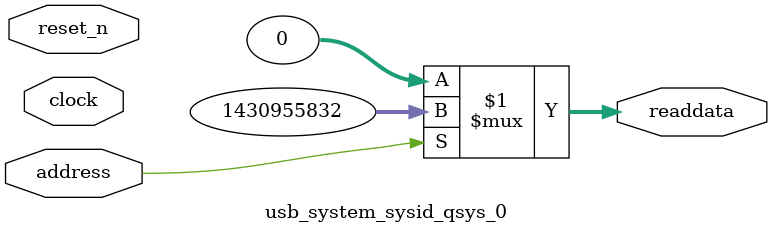
<source format=v>

`timescale 1ns / 1ps
// synthesis translate_on

// turn off superfluous verilog processor warnings 
// altera message_level Level1 
// altera message_off 10034 10035 10036 10037 10230 10240 10030 

module usb_system_sysid_qsys_0 (
               // inputs:
                address,
                clock,
                reset_n,

               // outputs:
                readdata
             )
;

  output  [ 31: 0] readdata;
  input            address;
  input            clock;
  input            reset_n;

  wire    [ 31: 0] readdata;
  //control_slave, which is an e_avalon_slave
  assign readdata = address ? 1430955832 : 0;

endmodule




</source>
